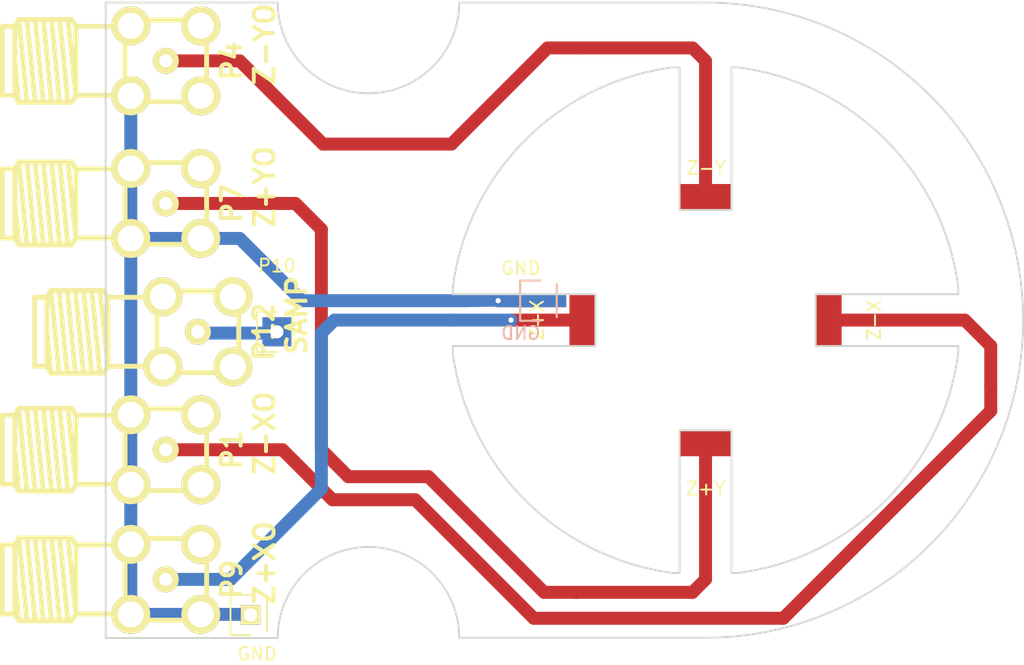
<source format=kicad_pcb>
(kicad_pcb (version 20171130) (host pcbnew "(2017-12-02 revision 3109343)-master")

  (general
    (thickness 1.6)
    (drawings 43)
    (tracks 67)
    (zones 0)
    (modules 13)
    (nets 7)
  )

  (page A4)
  (layers
    (0 F.Cu signal)
    (31 B.Cu signal)
    (32 B.Adhes user)
    (33 F.Adhes user)
    (34 B.Paste user)
    (35 F.Paste user)
    (36 B.SilkS user)
    (37 F.SilkS user)
    (38 B.Mask user)
    (39 F.Mask user)
    (40 Dwgs.User user)
    (41 Cmts.User user)
    (42 Eco1.User user)
    (43 Eco2.User user)
    (44 Edge.Cuts user)
    (45 Margin user)
    (46 B.CrtYd user)
    (47 F.CrtYd user)
    (48 B.Fab user)
    (49 F.Fab user)
  )

  (setup
    (last_trace_width 1)
    (trace_clearance 0.2)
    (zone_clearance 0.508)
    (zone_45_only no)
    (trace_min 0.2)
    (segment_width 0.2)
    (edge_width 0.15)
    (via_size 0.6)
    (via_drill 0.4)
    (via_min_size 0.4)
    (via_min_drill 0.3)
    (uvia_size 0.3)
    (uvia_drill 0.1)
    (uvias_allowed no)
    (uvia_min_size 0.2)
    (uvia_min_drill 0.1)
    (pcb_text_width 0.3)
    (pcb_text_size 1.5 1.5)
    (mod_edge_width 0.15)
    (mod_text_size 1 1)
    (mod_text_width 0.15)
    (pad_size 4 1)
    (pad_drill 0)
    (pad_to_mask_clearance 0.2)
    (aux_axis_origin 0 0)
    (visible_elements FFFFFF7F)
    (pcbplotparams
      (layerselection 0x010f0_80000001)
      (usegerberextensions false)
      (usegerberattributes false)
      (usegerberadvancedattributes false)
      (creategerberjobfile false)
      (excludeedgelayer true)
      (linewidth 0.100000)
      (plotframeref false)
      (viasonmask false)
      (mode 1)
      (useauxorigin false)
      (hpglpennumber 1)
      (hpglpenspeed 20)
      (hpglpendiameter 15)
      (psnegative false)
      (psa4output false)
      (plotreference true)
      (plotvalue true)
      (plotinvisibletext false)
      (padsonsilk false)
      (subtractmaskfromsilk false)
      (outputformat 1)
      (mirror false)
      (drillshape 0)
      (scaleselection 1)
      (outputdirectory gerbers/))
  )

  (net 0 "")
  (net 1 "Net-(P1-Pad1)")
  (net 2 "Net-(P4-Pad1)")
  (net 3 "Net-(P6-Pad1)")
  (net 4 "Net-(P8-Pad1)")
  (net 5 GND)
  (net 6 "Net-(P10-Pad1)")

  (net_class Default "This is the default net class."
    (clearance 0.2)
    (trace_width 1)
    (via_dia 0.6)
    (via_drill 0.4)
    (uvia_dia 0.3)
    (uvia_drill 0.1)
    (add_net GND)
    (add_net "Net-(P1-Pad1)")
    (add_net "Net-(P10-Pad1)")
    (add_net "Net-(P4-Pad1)")
    (add_net "Net-(P6-Pad1)")
    (add_net "Net-(P8-Pad1)")
  )

  (module Socket_Strips:Socket_Strip_Straight_1x01 (layer B.Cu) (tedit 588218B0) (tstamp 5A9BE7A3)
    (at 127.25 86.5)
    (descr "Through hole socket strip")
    (tags "socket strip")
    (path /567D5EAC)
    (fp_text reference P13 (at -15.5 9) (layer B.SilkS) hide
      (effects (font (size 1 1) (thickness 0.15)) (justify mirror))
    )
    (fp_text value GND (at -1.5 2.5) (layer B.SilkS)
      (effects (font (size 1 1) (thickness 0.15)) (justify mirror))
    )
    (fp_line (start -1.55 -1.55) (end 0 -1.55) (layer B.SilkS) (width 0.15))
    (fp_line (start -1.55 1.55) (end -1.55 -1.55) (layer B.SilkS) (width 0.15))
    (fp_line (start -1.55 1.55) (end 0 1.55) (layer B.SilkS) (width 0.15))
    (fp_line (start 1.27 -1.27) (end 1.27 1.27) (layer B.SilkS) (width 0.15))
    (fp_line (start -1.75 -1.75) (end 1.75 -1.75) (layer B.CrtYd) (width 0.05))
    (fp_line (start -1.75 1.75) (end 1.75 1.75) (layer B.CrtYd) (width 0.05))
    (fp_line (start 1.75 1.75) (end 1.75 -1.75) (layer B.CrtYd) (width 0.05))
    (fp_line (start -1.75 1.75) (end -1.75 -1.75) (layer B.CrtYd) (width 0.05))
    (pad 1 smd rect (at 0 0) (size 4 1) (layers F.Cu B.Paste F.Mask)
      (net 5 GND))
    (model Socket_Strips.3dshapes/Socket_Strip_Straight_1x01.wrl
      (at (xyz 0 0 0))
      (scale (xyz 1 1 1))
      (rotate (xyz 0 0 180))
    )
  )

  (module piezojig:piezopad (layer F.Cu) (tedit 5A9BA2FD) (tstamp 567D5D2B)
    (at 140 97.5 90)
    (descr "Through hole socket strip")
    (tags "socket strip")
    (path /567D5C6B)
    (fp_text reference P6 (at -3.5 0 90) (layer F.SilkS) hide
      (effects (font (size 1 1) (thickness 0.15)))
    )
    (fp_text value Z+Y (at -3.5 0) (layer F.SilkS)
      (effects (font (size 1 1) (thickness 0.15)))
    )
    (pad 1 smd rect (at 0 0 90) (size 2 4) (layers F.Cu F.Paste F.Mask)
      (net 3 "Net-(P6-Pad1)") (solder_mask_margin 0.0001) (solder_paste_margin -0.0001) (clearance 0.0001))
    (model Socket_Strips.3dshapes/Socket_Strip_Straight_1x01.wrl
      (at (xyz 0 0 0))
      (scale (xyz 1 1 1))
      (rotate (xyz 0 0 180))
    )
  )

  (module piezojig:piezopad (layer F.Cu) (tedit 5A9BA2FD) (tstamp 567D5D17)
    (at 149.5 88 180)
    (descr "Through hole socket strip")
    (tags "socket strip")
    (path /567D5BF1)
    (fp_text reference P2 (at -3.5 0 180) (layer F.SilkS) hide
      (effects (font (size 1 1) (thickness 0.15)))
    )
    (fp_text value Z-X (at -3.5 0 90) (layer F.SilkS)
      (effects (font (size 1 1) (thickness 0.15)))
    )
    (pad 1 smd rect (at 0 0 180) (size 2 4) (layers F.Cu F.Paste F.Mask)
      (net 1 "Net-(P1-Pad1)") (solder_mask_margin 0.0001) (solder_paste_margin -0.0001) (clearance 0.0001))
    (model Socket_Strips.3dshapes/Socket_Strip_Straight_1x01.wrl
      (at (xyz 0 0 0))
      (scale (xyz 1 1 1))
      (rotate (xyz 0 0 180))
    )
  )

  (module piezojig:piezopad (layer F.Cu) (tedit 5A9BC790) (tstamp 567D5D26)
    (at 140 78.5 90)
    (descr "Through hole socket strip")
    (tags "socket strip")
    (path /567D5BC0)
    (fp_text reference P5 (at -3.5 0 90) (layer F.SilkS) hide
      (effects (font (size 1 1) (thickness 0.15)))
    )
    (fp_text value Z-Y (at 2.24 0.046) (layer F.SilkS)
      (effects (font (size 1 1) (thickness 0.15)))
    )
    (pad 1 smd rect (at 0 0 90) (size 2 4) (layers F.Cu F.Paste F.Mask)
      (net 2 "Net-(P4-Pad1)") (solder_mask_margin 0.0001) (solder_paste_margin -0.0001) (clearance 0.0001))
    (model Socket_Strips.3dshapes/Socket_Strip_Straight_1x01.wrl
      (at (xyz 0 0 0))
      (scale (xyz 1 1 1))
      (rotate (xyz 0 0 180))
    )
  )

  (module piezojig:piezopad (layer F.Cu) (tedit 5A9BA2FD) (tstamp 567D5D35)
    (at 130.5 88)
    (descr "Through hole socket strip")
    (tags "socket strip")
    (path /567D5B87)
    (fp_text reference P8 (at -3.5 0) (layer F.SilkS) hide
      (effects (font (size 1 1) (thickness 0.15)))
    )
    (fp_text value Z+X (at -3.5 0 270) (layer F.SilkS)
      (effects (font (size 1 1) (thickness 0.15)))
    )
    (pad 1 smd rect (at 0 0) (size 2 4) (layers F.Cu F.Paste F.Mask)
      (net 4 "Net-(P8-Pad1)") (solder_mask_margin 0.0001) (solder_paste_margin -0.0001) (clearance 0.0001))
    (model Socket_Strips.3dshapes/Socket_Strip_Straight_1x01.wrl
      (at (xyz 0 0 0))
      (scale (xyz 1 1 1))
      (rotate (xyz 0 0 180))
    )
  )

  (module Socket_Strips:Socket_Strip_Straight_1x01 (layer F.Cu) (tedit 567D7428) (tstamp 567D5D44)
    (at 104.902 110.744)
    (descr "Through hole socket strip")
    (tags "socket strip")
    (path /567D67D5)
    (fp_text reference P11 (at -9 -5.5) (layer F.SilkS) hide
      (effects (font (size 1 1) (thickness 0.15)))
    )
    (fp_text value GND (at 0.5 3) (layer F.SilkS)
      (effects (font (size 1 1) (thickness 0.15)))
    )
    (fp_line (start -1.75 -1.75) (end -1.75 1.75) (layer F.CrtYd) (width 0.05))
    (fp_line (start 1.75 -1.75) (end 1.75 1.75) (layer F.CrtYd) (width 0.05))
    (fp_line (start -1.75 -1.75) (end 1.75 -1.75) (layer F.CrtYd) (width 0.05))
    (fp_line (start -1.75 1.75) (end 1.75 1.75) (layer F.CrtYd) (width 0.05))
    (fp_line (start 1.27 1.27) (end 1.27 -1.27) (layer F.SilkS) (width 0.15))
    (fp_line (start -1.55 -1.55) (end 0 -1.55) (layer F.SilkS) (width 0.15))
    (fp_line (start -1.55 -1.55) (end -1.55 1.55) (layer F.SilkS) (width 0.15))
    (fp_line (start -1.55 1.55) (end 0 1.55) (layer F.SilkS) (width 0.15))
    (pad 1 thru_hole rect (at 0 0) (size 1.5 1.5) (drill 1.016) (layers *.Cu *.Mask F.SilkS)
      (net 5 GND))
    (model Socket_Strips.3dshapes/Socket_Strip_Straight_1x01.wrl
      (at (xyz 0 0 0))
      (scale (xyz 1 1 1))
      (rotate (xyz 0 0 180))
    )
  )

  (module Socket_Strips:Socket_Strip_Straight_1x01 (layer F.Cu) (tedit 588218B0) (tstamp 567D5D4E)
    (at 127.25 86.5)
    (descr "Through hole socket strip")
    (tags "socket strip")
    (path /567D5EAC)
    (fp_text reference P13 (at -15.5 -9) (layer F.SilkS) hide
      (effects (font (size 1 1) (thickness 0.15)))
    )
    (fp_text value GND (at -1.5 -2.5) (layer F.SilkS)
      (effects (font (size 1 1) (thickness 0.15)))
    )
    (fp_line (start -1.75 -1.75) (end -1.75 1.75) (layer F.CrtYd) (width 0.05))
    (fp_line (start 1.75 -1.75) (end 1.75 1.75) (layer F.CrtYd) (width 0.05))
    (fp_line (start -1.75 -1.75) (end 1.75 -1.75) (layer F.CrtYd) (width 0.05))
    (fp_line (start -1.75 1.75) (end 1.75 1.75) (layer F.CrtYd) (width 0.05))
    (fp_line (start 1.27 1.27) (end 1.27 -1.27) (layer F.SilkS) (width 0.15))
    (fp_line (start -1.55 -1.55) (end 0 -1.55) (layer F.SilkS) (width 0.15))
    (fp_line (start -1.55 -1.55) (end -1.55 1.55) (layer F.SilkS) (width 0.15))
    (fp_line (start -1.55 1.55) (end 0 1.55) (layer F.SilkS) (width 0.15))
    (pad 1 smd rect (at 0 0) (size 4 1) (layers B.Cu F.Paste B.Mask)
      (net 5 GND))
    (model Socket_Strips.3dshapes/Socket_Strip_Straight_1x01.wrl
      (at (xyz 0 0 0))
      (scale (xyz 1 1 1))
      (rotate (xyz 0 0 180))
    )
  )

  (module Socket_Strips:Socket_Strip_Straight_1x01 (layer F.Cu) (tedit 54E9F79C) (tstamp 58822B89)
    (at 106.934 88.9)
    (descr "Through hole socket strip")
    (tags "socket strip")
    (path /567D5E5D)
    (fp_text reference P10 (at 0 -5.1) (layer F.SilkS)
      (effects (font (size 1 1) (thickness 0.15)))
    )
    (fp_text value SAMP (at 0 -3.1) (layer F.Fab)
      (effects (font (size 1 1) (thickness 0.15)))
    )
    (fp_line (start -1.75 -1.75) (end -1.75 1.75) (layer F.CrtYd) (width 0.05))
    (fp_line (start 1.75 -1.75) (end 1.75 1.75) (layer F.CrtYd) (width 0.05))
    (fp_line (start -1.75 -1.75) (end 1.75 -1.75) (layer F.CrtYd) (width 0.05))
    (fp_line (start -1.75 1.75) (end 1.75 1.75) (layer F.CrtYd) (width 0.05))
    (fp_line (start 1.27 1.27) (end 1.27 -1.27) (layer F.SilkS) (width 0.15))
    (fp_line (start -1.55 -1.55) (end 0 -1.55) (layer F.SilkS) (width 0.15))
    (fp_line (start -1.55 -1.55) (end -1.55 1.55) (layer F.SilkS) (width 0.15))
    (fp_line (start -1.55 1.55) (end 0 1.55) (layer F.SilkS) (width 0.15))
    (pad 1 thru_hole rect (at 0 0) (size 2.2352 2.2352) (drill 1.016) (layers *.Cu *.Mask)
      (net 6 "Net-(P10-Pad1)"))
    (model Socket_Strips.3dshapes/Socket_Strip_Straight_1x01.wrl
      (at (xyz 0 0 0))
      (scale (xyz 1 1 1))
      (rotate (xyz 0 0 180))
    )
  )

  (module piezojig:SMA (layer F.Cu) (tedit 55D88A15) (tstamp 567D5D21)
    (at 98.364 68 90)
    (tags "SMA Connector")
    (path /567D5DAD)
    (fp_text reference P4 (at 0 5.08 90) (layer F.SilkS)
      (effects (font (thickness 0.3048)))
    )
    (fp_text value Z-YO (at 1.27 7.62 90) (layer F.SilkS)
      (effects (font (thickness 0.3048)))
    )
    (fp_line (start 2.65938 -11.65606) (end 2.65938 -12.60094) (layer F.SilkS) (width 0.381))
    (fp_line (start -2.65938 -11.65606) (end -2.65938 -12.60094) (layer F.SilkS) (width 0.381))
    (fp_line (start -2.65938 -3.1496) (end -2.65938 -6.92912) (layer F.SilkS) (width 0.381))
    (fp_line (start 2.65938 -3.1496) (end 2.65938 -6.92912) (layer F.SilkS) (width 0.381))
    (fp_line (start -3.19278 -11.3411) (end 0.2667 -11.65606) (layer F.SilkS) (width 0.381))
    (fp_line (start 3.19278 -7.55904) (end -2.65938 -6.92912) (layer F.SilkS) (width 0.381))
    (fp_line (start -3.19278 -7.55904) (end 3.19278 -8.18896) (layer F.SilkS) (width 0.381))
    (fp_line (start -3.19278 -8.18896) (end 3.19278 -8.81888) (layer F.SilkS) (width 0.381))
    (fp_line (start -3.19278 -8.81888) (end 3.19278 -9.4488) (layer F.SilkS) (width 0.381))
    (fp_line (start -3.19278 -9.4488) (end 3.19278 -10.08126) (layer F.SilkS) (width 0.381))
    (fp_line (start -3.19278 -10.08126) (end 3.19278 -10.71118) (layer F.SilkS) (width 0.381))
    (fp_line (start -3.19278 -10.71118) (end 3.19278 -11.3411) (layer F.SilkS) (width 0.381))
    (fp_line (start -3.19278 -11.3411) (end -2.65938 -11.65606) (layer F.SilkS) (width 0.381))
    (fp_line (start -2.65938 -11.65606) (end 2.65938 -11.65606) (layer F.SilkS) (width 0.381))
    (fp_line (start 2.65938 -11.65606) (end 3.19278 -11.3411) (layer F.SilkS) (width 0.381))
    (fp_line (start 3.19278 -11.3411) (end 3.19278 -7.24408) (layer F.SilkS) (width 0.381))
    (fp_line (start 3.19278 -7.24408) (end 2.65938 -6.92912) (layer F.SilkS) (width 0.381))
    (fp_line (start 2.65938 -6.92912) (end -2.65938 -6.92912) (layer F.SilkS) (width 0.381))
    (fp_line (start -2.65938 -6.92912) (end -3.19278 -7.24408) (layer F.SilkS) (width 0.381))
    (fp_line (start -3.19278 -7.24408) (end -3.19278 -11.3411) (layer F.SilkS) (width 0.381))
    (fp_line (start 2.65938 -12.60094) (end -2.65938 -12.60094) (layer F.SilkS) (width 0.381))
    (fp_line (start -3.1496 -3.1496) (end 3.1496 -3.1496) (layer F.SilkS) (width 0.381))
    (fp_line (start 3.1496 -3.1496) (end 3.1496 3.1496) (layer F.SilkS) (width 0.381))
    (fp_line (start 3.1496 3.1496) (end -3.1496 3.1496) (layer F.SilkS) (width 0.381))
    (fp_line (start -3.1496 3.1496) (end -3.1496 -3.1496) (layer F.SilkS) (width 0.381))
    (pad 1 thru_hole circle (at 0 0 90) (size 1.99898 1.99898) (drill 1.00076) (layers *.Cu *.Mask F.SilkS)
      (net 2 "Net-(P4-Pad1)"))
    (pad 3 thru_hole circle (at 2.70002 -2.70002 90) (size 3 3) (drill 2) (layers *.Cu *.Mask F.SilkS))
    (pad 2 thru_hole circle (at -2.70002 -2.70002 90) (size 3 3) (drill 2) (layers *.Cu *.Mask F.SilkS))
    (pad 5 thru_hole circle (at -2.70002 2.70002 90) (size 3 3) (drill 2) (layers *.Cu *.Mask F.SilkS))
    (pad 4 thru_hole circle (at 2.70002 2.70002 90) (size 3 3) (drill 2) (layers *.Cu *.Mask F.SilkS))
    (model connectors/sma.wrl
      (at (xyz 0 0 0))
      (scale (xyz 0.39 0.39 0.39))
      (rotate (xyz -90 0 -90))
    )
  )

  (module piezojig:SMA (layer F.Cu) (tedit 55D88A15) (tstamp 567D5D30)
    (at 98.364 79 90)
    (tags "SMA Connector")
    (path /567D5C3A)
    (fp_text reference P7 (at 0 5.08 90) (layer F.SilkS)
      (effects (font (thickness 0.3048)))
    )
    (fp_text value Z+YO (at 1.27 7.62 90) (layer F.SilkS)
      (effects (font (thickness 0.3048)))
    )
    (fp_line (start 2.65938 -11.65606) (end 2.65938 -12.60094) (layer F.SilkS) (width 0.381))
    (fp_line (start -2.65938 -11.65606) (end -2.65938 -12.60094) (layer F.SilkS) (width 0.381))
    (fp_line (start -2.65938 -3.1496) (end -2.65938 -6.92912) (layer F.SilkS) (width 0.381))
    (fp_line (start 2.65938 -3.1496) (end 2.65938 -6.92912) (layer F.SilkS) (width 0.381))
    (fp_line (start -3.19278 -11.3411) (end 0.2667 -11.65606) (layer F.SilkS) (width 0.381))
    (fp_line (start 3.19278 -7.55904) (end -2.65938 -6.92912) (layer F.SilkS) (width 0.381))
    (fp_line (start -3.19278 -7.55904) (end 3.19278 -8.18896) (layer F.SilkS) (width 0.381))
    (fp_line (start -3.19278 -8.18896) (end 3.19278 -8.81888) (layer F.SilkS) (width 0.381))
    (fp_line (start -3.19278 -8.81888) (end 3.19278 -9.4488) (layer F.SilkS) (width 0.381))
    (fp_line (start -3.19278 -9.4488) (end 3.19278 -10.08126) (layer F.SilkS) (width 0.381))
    (fp_line (start -3.19278 -10.08126) (end 3.19278 -10.71118) (layer F.SilkS) (width 0.381))
    (fp_line (start -3.19278 -10.71118) (end 3.19278 -11.3411) (layer F.SilkS) (width 0.381))
    (fp_line (start -3.19278 -11.3411) (end -2.65938 -11.65606) (layer F.SilkS) (width 0.381))
    (fp_line (start -2.65938 -11.65606) (end 2.65938 -11.65606) (layer F.SilkS) (width 0.381))
    (fp_line (start 2.65938 -11.65606) (end 3.19278 -11.3411) (layer F.SilkS) (width 0.381))
    (fp_line (start 3.19278 -11.3411) (end 3.19278 -7.24408) (layer F.SilkS) (width 0.381))
    (fp_line (start 3.19278 -7.24408) (end 2.65938 -6.92912) (layer F.SilkS) (width 0.381))
    (fp_line (start 2.65938 -6.92912) (end -2.65938 -6.92912) (layer F.SilkS) (width 0.381))
    (fp_line (start -2.65938 -6.92912) (end -3.19278 -7.24408) (layer F.SilkS) (width 0.381))
    (fp_line (start -3.19278 -7.24408) (end -3.19278 -11.3411) (layer F.SilkS) (width 0.381))
    (fp_line (start 2.65938 -12.60094) (end -2.65938 -12.60094) (layer F.SilkS) (width 0.381))
    (fp_line (start -3.1496 -3.1496) (end 3.1496 -3.1496) (layer F.SilkS) (width 0.381))
    (fp_line (start 3.1496 -3.1496) (end 3.1496 3.1496) (layer F.SilkS) (width 0.381))
    (fp_line (start 3.1496 3.1496) (end -3.1496 3.1496) (layer F.SilkS) (width 0.381))
    (fp_line (start -3.1496 3.1496) (end -3.1496 -3.1496) (layer F.SilkS) (width 0.381))
    (pad 1 thru_hole circle (at 0 0 90) (size 1.99898 1.99898) (drill 1.00076) (layers *.Cu *.Mask F.SilkS)
      (net 3 "Net-(P6-Pad1)"))
    (pad 3 thru_hole circle (at 2.70002 -2.70002 90) (size 3 3) (drill 2) (layers *.Cu *.Mask F.SilkS))
    (pad 2 thru_hole circle (at -2.70002 -2.70002 90) (size 3 3) (drill 2) (layers *.Cu *.Mask F.SilkS)
      (net 5 GND))
    (pad 5 thru_hole circle (at -2.70002 2.70002 90) (size 3 3) (drill 2) (layers *.Cu *.Mask F.SilkS))
    (pad 4 thru_hole circle (at 2.70002 2.70002 90) (size 3 3) (drill 2) (layers *.Cu *.Mask F.SilkS))
    (model connectors/sma.wrl
      (at (xyz 0 0 0))
      (scale (xyz 0.39 0.39 0.39))
      (rotate (xyz -90 0 -90))
    )
  )

  (module piezojig:SMA (layer F.Cu) (tedit 55D88A15) (tstamp 58822B96)
    (at 100.838 88.9 90)
    (tags "SMA Connector")
    (path /567D5C8C)
    (fp_text reference P12 (at 0 5.08 90) (layer F.SilkS)
      (effects (font (thickness 0.3048)))
    )
    (fp_text value SAMP (at 1.27 7.62 90) (layer F.SilkS)
      (effects (font (thickness 0.3048)))
    )
    (fp_line (start 2.65938 -11.65606) (end 2.65938 -12.60094) (layer F.SilkS) (width 0.381))
    (fp_line (start -2.65938 -11.65606) (end -2.65938 -12.60094) (layer F.SilkS) (width 0.381))
    (fp_line (start -2.65938 -3.1496) (end -2.65938 -6.92912) (layer F.SilkS) (width 0.381))
    (fp_line (start 2.65938 -3.1496) (end 2.65938 -6.92912) (layer F.SilkS) (width 0.381))
    (fp_line (start -3.19278 -11.3411) (end 0.2667 -11.65606) (layer F.SilkS) (width 0.381))
    (fp_line (start 3.19278 -7.55904) (end -2.65938 -6.92912) (layer F.SilkS) (width 0.381))
    (fp_line (start -3.19278 -7.55904) (end 3.19278 -8.18896) (layer F.SilkS) (width 0.381))
    (fp_line (start -3.19278 -8.18896) (end 3.19278 -8.81888) (layer F.SilkS) (width 0.381))
    (fp_line (start -3.19278 -8.81888) (end 3.19278 -9.4488) (layer F.SilkS) (width 0.381))
    (fp_line (start -3.19278 -9.4488) (end 3.19278 -10.08126) (layer F.SilkS) (width 0.381))
    (fp_line (start -3.19278 -10.08126) (end 3.19278 -10.71118) (layer F.SilkS) (width 0.381))
    (fp_line (start -3.19278 -10.71118) (end 3.19278 -11.3411) (layer F.SilkS) (width 0.381))
    (fp_line (start -3.19278 -11.3411) (end -2.65938 -11.65606) (layer F.SilkS) (width 0.381))
    (fp_line (start -2.65938 -11.65606) (end 2.65938 -11.65606) (layer F.SilkS) (width 0.381))
    (fp_line (start 2.65938 -11.65606) (end 3.19278 -11.3411) (layer F.SilkS) (width 0.381))
    (fp_line (start 3.19278 -11.3411) (end 3.19278 -7.24408) (layer F.SilkS) (width 0.381))
    (fp_line (start 3.19278 -7.24408) (end 2.65938 -6.92912) (layer F.SilkS) (width 0.381))
    (fp_line (start 2.65938 -6.92912) (end -2.65938 -6.92912) (layer F.SilkS) (width 0.381))
    (fp_line (start -2.65938 -6.92912) (end -3.19278 -7.24408) (layer F.SilkS) (width 0.381))
    (fp_line (start -3.19278 -7.24408) (end -3.19278 -11.3411) (layer F.SilkS) (width 0.381))
    (fp_line (start 2.65938 -12.60094) (end -2.65938 -12.60094) (layer F.SilkS) (width 0.381))
    (fp_line (start -3.1496 -3.1496) (end 3.1496 -3.1496) (layer F.SilkS) (width 0.381))
    (fp_line (start 3.1496 -3.1496) (end 3.1496 3.1496) (layer F.SilkS) (width 0.381))
    (fp_line (start 3.1496 3.1496) (end -3.1496 3.1496) (layer F.SilkS) (width 0.381))
    (fp_line (start -3.1496 3.1496) (end -3.1496 -3.1496) (layer F.SilkS) (width 0.381))
    (pad 1 thru_hole circle (at 0 0 90) (size 1.99898 1.99898) (drill 1.00076) (layers *.Cu *.Mask F.SilkS)
      (net 6 "Net-(P10-Pad1)"))
    (pad 3 thru_hole circle (at 2.70002 -2.70002 90) (size 3 3) (drill 2) (layers *.Cu *.Mask F.SilkS))
    (pad 2 thru_hole circle (at -2.70002 -2.70002 90) (size 3 3) (drill 2) (layers *.Cu *.Mask F.SilkS))
    (pad 5 thru_hole circle (at -2.70002 2.70002 90) (size 3 3) (drill 2) (layers *.Cu *.Mask F.SilkS))
    (pad 4 thru_hole circle (at 2.70002 2.70002 90) (size 3 3) (drill 2) (layers *.Cu *.Mask F.SilkS))
    (model connectors/sma.wrl
      (at (xyz 0 0 0))
      (scale (xyz 0.39 0.39 0.39))
      (rotate (xyz -90 0 -90))
    )
  )

  (module piezojig:SMA (layer F.Cu) (tedit 55D88A15) (tstamp 567D5D12)
    (at 98.364 98 90)
    (tags "SMA Connector")
    (path /567D5CF7)
    (fp_text reference P1 (at 0 5.08 90) (layer F.SilkS)
      (effects (font (thickness 0.3048)))
    )
    (fp_text value Z-XO (at 1.27 7.62 90) (layer F.SilkS)
      (effects (font (thickness 0.3048)))
    )
    (fp_line (start 2.65938 -11.65606) (end 2.65938 -12.60094) (layer F.SilkS) (width 0.381))
    (fp_line (start -2.65938 -11.65606) (end -2.65938 -12.60094) (layer F.SilkS) (width 0.381))
    (fp_line (start -2.65938 -3.1496) (end -2.65938 -6.92912) (layer F.SilkS) (width 0.381))
    (fp_line (start 2.65938 -3.1496) (end 2.65938 -6.92912) (layer F.SilkS) (width 0.381))
    (fp_line (start -3.19278 -11.3411) (end 0.2667 -11.65606) (layer F.SilkS) (width 0.381))
    (fp_line (start 3.19278 -7.55904) (end -2.65938 -6.92912) (layer F.SilkS) (width 0.381))
    (fp_line (start -3.19278 -7.55904) (end 3.19278 -8.18896) (layer F.SilkS) (width 0.381))
    (fp_line (start -3.19278 -8.18896) (end 3.19278 -8.81888) (layer F.SilkS) (width 0.381))
    (fp_line (start -3.19278 -8.81888) (end 3.19278 -9.4488) (layer F.SilkS) (width 0.381))
    (fp_line (start -3.19278 -9.4488) (end 3.19278 -10.08126) (layer F.SilkS) (width 0.381))
    (fp_line (start -3.19278 -10.08126) (end 3.19278 -10.71118) (layer F.SilkS) (width 0.381))
    (fp_line (start -3.19278 -10.71118) (end 3.19278 -11.3411) (layer F.SilkS) (width 0.381))
    (fp_line (start -3.19278 -11.3411) (end -2.65938 -11.65606) (layer F.SilkS) (width 0.381))
    (fp_line (start -2.65938 -11.65606) (end 2.65938 -11.65606) (layer F.SilkS) (width 0.381))
    (fp_line (start 2.65938 -11.65606) (end 3.19278 -11.3411) (layer F.SilkS) (width 0.381))
    (fp_line (start 3.19278 -11.3411) (end 3.19278 -7.24408) (layer F.SilkS) (width 0.381))
    (fp_line (start 3.19278 -7.24408) (end 2.65938 -6.92912) (layer F.SilkS) (width 0.381))
    (fp_line (start 2.65938 -6.92912) (end -2.65938 -6.92912) (layer F.SilkS) (width 0.381))
    (fp_line (start -2.65938 -6.92912) (end -3.19278 -7.24408) (layer F.SilkS) (width 0.381))
    (fp_line (start -3.19278 -7.24408) (end -3.19278 -11.3411) (layer F.SilkS) (width 0.381))
    (fp_line (start 2.65938 -12.60094) (end -2.65938 -12.60094) (layer F.SilkS) (width 0.381))
    (fp_line (start -3.1496 -3.1496) (end 3.1496 -3.1496) (layer F.SilkS) (width 0.381))
    (fp_line (start 3.1496 -3.1496) (end 3.1496 3.1496) (layer F.SilkS) (width 0.381))
    (fp_line (start 3.1496 3.1496) (end -3.1496 3.1496) (layer F.SilkS) (width 0.381))
    (fp_line (start -3.1496 3.1496) (end -3.1496 -3.1496) (layer F.SilkS) (width 0.381))
    (pad 1 thru_hole circle (at 0 0 90) (size 1.99898 1.99898) (drill 1.00076) (layers *.Cu *.Mask F.SilkS)
      (net 1 "Net-(P1-Pad1)"))
    (pad 3 thru_hole circle (at 2.70002 -2.70002 90) (size 3 3) (drill 2) (layers *.Cu *.Mask F.SilkS))
    (pad 2 thru_hole circle (at -2.70002 -2.70002 90) (size 3 3) (drill 2) (layers *.Cu *.Mask F.SilkS)
      (net 5 GND))
    (pad 5 thru_hole circle (at -2.70002 2.70002 90) (size 3 3) (drill 2) (layers *.Cu *.Mask F.SilkS))
    (pad 4 thru_hole circle (at 2.70002 2.70002 90) (size 3 3) (drill 2) (layers *.Cu *.Mask F.SilkS))
    (model connectors/sma.wrl
      (at (xyz 0 0 0))
      (scale (xyz 0.39 0.39 0.39))
      (rotate (xyz -90 0 -90))
    )
  )

  (module piezojig:SMA (layer F.Cu) (tedit 55D88A15) (tstamp 567D5D3A)
    (at 98.364 108 90)
    (tags "SMA Connector")
    (path /567D5E22)
    (fp_text reference P9 (at 0 5.08 90) (layer F.SilkS)
      (effects (font (thickness 0.3048)))
    )
    (fp_text value Z+XO (at 1.27 7.62 90) (layer F.SilkS)
      (effects (font (thickness 0.3048)))
    )
    (fp_line (start 2.65938 -11.65606) (end 2.65938 -12.60094) (layer F.SilkS) (width 0.381))
    (fp_line (start -2.65938 -11.65606) (end -2.65938 -12.60094) (layer F.SilkS) (width 0.381))
    (fp_line (start -2.65938 -3.1496) (end -2.65938 -6.92912) (layer F.SilkS) (width 0.381))
    (fp_line (start 2.65938 -3.1496) (end 2.65938 -6.92912) (layer F.SilkS) (width 0.381))
    (fp_line (start -3.19278 -11.3411) (end 0.2667 -11.65606) (layer F.SilkS) (width 0.381))
    (fp_line (start 3.19278 -7.55904) (end -2.65938 -6.92912) (layer F.SilkS) (width 0.381))
    (fp_line (start -3.19278 -7.55904) (end 3.19278 -8.18896) (layer F.SilkS) (width 0.381))
    (fp_line (start -3.19278 -8.18896) (end 3.19278 -8.81888) (layer F.SilkS) (width 0.381))
    (fp_line (start -3.19278 -8.81888) (end 3.19278 -9.4488) (layer F.SilkS) (width 0.381))
    (fp_line (start -3.19278 -9.4488) (end 3.19278 -10.08126) (layer F.SilkS) (width 0.381))
    (fp_line (start -3.19278 -10.08126) (end 3.19278 -10.71118) (layer F.SilkS) (width 0.381))
    (fp_line (start -3.19278 -10.71118) (end 3.19278 -11.3411) (layer F.SilkS) (width 0.381))
    (fp_line (start -3.19278 -11.3411) (end -2.65938 -11.65606) (layer F.SilkS) (width 0.381))
    (fp_line (start -2.65938 -11.65606) (end 2.65938 -11.65606) (layer F.SilkS) (width 0.381))
    (fp_line (start 2.65938 -11.65606) (end 3.19278 -11.3411) (layer F.SilkS) (width 0.381))
    (fp_line (start 3.19278 -11.3411) (end 3.19278 -7.24408) (layer F.SilkS) (width 0.381))
    (fp_line (start 3.19278 -7.24408) (end 2.65938 -6.92912) (layer F.SilkS) (width 0.381))
    (fp_line (start 2.65938 -6.92912) (end -2.65938 -6.92912) (layer F.SilkS) (width 0.381))
    (fp_line (start -2.65938 -6.92912) (end -3.19278 -7.24408) (layer F.SilkS) (width 0.381))
    (fp_line (start -3.19278 -7.24408) (end -3.19278 -11.3411) (layer F.SilkS) (width 0.381))
    (fp_line (start 2.65938 -12.60094) (end -2.65938 -12.60094) (layer F.SilkS) (width 0.381))
    (fp_line (start -3.1496 -3.1496) (end 3.1496 -3.1496) (layer F.SilkS) (width 0.381))
    (fp_line (start 3.1496 -3.1496) (end 3.1496 3.1496) (layer F.SilkS) (width 0.381))
    (fp_line (start 3.1496 3.1496) (end -3.1496 3.1496) (layer F.SilkS) (width 0.381))
    (fp_line (start -3.1496 3.1496) (end -3.1496 -3.1496) (layer F.SilkS) (width 0.381))
    (pad 1 thru_hole circle (at 0 0 90) (size 1.99898 1.99898) (drill 1.00076) (layers *.Cu *.Mask F.SilkS)
      (net 4 "Net-(P8-Pad1)"))
    (pad 3 thru_hole circle (at 2.70002 -2.70002 90) (size 3 3) (drill 2) (layers *.Cu *.Mask F.SilkS))
    (pad 2 thru_hole circle (at -2.70002 -2.70002 90) (size 3 3) (drill 2) (layers *.Cu *.Mask F.SilkS)
      (net 5 GND))
    (pad 5 thru_hole circle (at -2.70002 2.70002 90) (size 3 3) (drill 2) (layers *.Cu *.Mask F.SilkS))
    (pad 4 thru_hole circle (at 2.70002 2.70002 90) (size 3 3) (drill 2) (layers *.Cu *.Mask F.SilkS))
    (model connectors/sma.wrl
      (at (xyz 0 0 0))
      (scale (xyz 0.39 0.39 0.39))
      (rotate (xyz -90 0 -90))
    )
  )

  (gr_line (start 148.5 90) (end 159.5 90) (angle 90) (layer Edge.Cuts) (width 0.15))
  (gr_line (start 159.5 86) (end 148.5 86) (angle 90) (layer Edge.Cuts) (width 0.15))
  (gr_line (start 142 107.5) (end 142 96.5) (angle 90) (layer Edge.Cuts) (width 0.15))
  (gr_line (start 138 96.5) (end 138 107.5) (angle 90) (layer Edge.Cuts) (width 0.15))
  (gr_line (start 120.5 90) (end 131.5 90) (angle 90) (layer Edge.Cuts) (width 0.15))
  (gr_line (start 131.5 86) (end 120.5 86) (angle 90) (layer Edge.Cuts) (width 0.15))
  (gr_line (start 138 79.5) (end 138 68.5) (angle 90) (layer Edge.Cuts) (width 0.15))
  (gr_line (start 142 79.5) (end 142 68.5) (angle 90) (layer Edge.Cuts) (width 0.15))
  (gr_line (start 106.934 63.5) (end 96.266 63.5) (angle 90) (layer Edge.Cuts) (width 0.15))
  (gr_line (start 93.726 112.522) (end 106.934 112.522) (angle 90) (layer Edge.Cuts) (width 0.15))
  (gr_line (start 140 63.5) (end 121 63.5) (angle 90) (layer Edge.Cuts) (width 0.15))
  (gr_line (start 120.5 90) (end 120.5 90.5) (angle 90) (layer Edge.Cuts) (width 0.15))
  (gr_line (start 120.5 86) (end 120.5 85.5) (angle 90) (layer Edge.Cuts) (width 0.15))
  (gr_arc (start 114 63.5) (end 114 70.5) (angle 90) (layer Edge.Cuts) (width 0.15))
  (gr_arc (start 114 63.5) (end 121 63.5) (angle 90) (layer Edge.Cuts) (width 0.15))
  (gr_line (start 140 112.5) (end 121 112.5) (angle 90) (layer Edge.Cuts) (width 0.15))
  (gr_arc (start 114 112.5) (end 114 105.5) (angle 90) (layer Edge.Cuts) (width 0.15))
  (gr_arc (start 114 112.5) (end 107 112.5) (angle 90) (layer Edge.Cuts) (width 0.15))
  (gr_line (start 96.114 63.5) (end 95.864 63.5) (angle 90) (layer Edge.Cuts) (width 0.15))
  (gr_line (start 140 63.5) (end 139.75 63.5) (angle 90) (layer Edge.Cuts) (width 0.15))
  (gr_arc (start 140 88) (end 164.5 88) (angle 90) (layer Edge.Cuts) (width 0.15))
  (gr_arc (start 140 88) (end 140 63.5) (angle 90) (layer Edge.Cuts) (width 0.15))
  (gr_line (start 137.5 68.5) (end 138 68.5) (angle 90) (layer Edge.Cuts) (width 0.15))
  (gr_line (start 142 68.5) (end 142.5 68.5) (angle 90) (layer Edge.Cuts) (width 0.15))
  (gr_line (start 142.5 107.5) (end 142.75 107.5) (angle 90) (layer Edge.Cuts) (width 0.15))
  (gr_line (start 137.5 107.5) (end 138 107.5) (angle 90) (layer Edge.Cuts) (width 0.15))
  (gr_line (start 142.5 107.5) (end 142 107.5) (angle 90) (layer Edge.Cuts) (width 0.15))
  (gr_line (start 159.5 86) (end 159.5 85.5) (angle 90) (layer Edge.Cuts) (width 0.15))
  (gr_line (start 159.5 90.5) (end 159.5 90) (angle 90) (layer Edge.Cuts) (width 0.15))
  (gr_line (start 138 79.5) (end 142 79.5) (angle 90) (layer Edge.Cuts) (width 0.15))
  (gr_line (start 131.5 90) (end 131.5 86) (angle 90) (layer Edge.Cuts) (width 0.15))
  (gr_line (start 142 96.5) (end 138 96.5) (angle 90) (layer Edge.Cuts) (width 0.15))
  (gr_line (start 148.5 86) (end 148.5 90) (angle 90) (layer Edge.Cuts) (width 0.15))
  (gr_line (start 93.726 63.5) (end 95.758 63.5) (angle 90) (layer Edge.Cuts) (width 0.15))
  (gr_line (start 93.726 112.522) (end 93.726 63.5) (angle 90) (layer Edge.Cuts) (width 0.15))
  (gr_arc (start 140 88) (end 120.5 85.5) (angle 75) (layer Edge.Cuts) (width 0.15))
  (gr_arc (start 140 88) (end 137.5 107.5) (angle 75) (layer Edge.Cuts) (width 0.15))
  (gr_arc (start 140 88) (end 159.5 90.5) (angle 75) (layer Edge.Cuts) (width 0.15))
  (gr_arc (start 140 88) (end 142.5 68.5) (angle 75) (layer Edge.Cuts) (width 0.15))
  (gr_circle (center 140 88) (end 159 87) (layer Dwgs.User) (width 0.2))
  (gr_circle (center 140 88) (end 147 88.5) (layer Dwgs.User) (width 0.2))
  (gr_circle (center 140 88) (end 150 87) (layer Dwgs.User) (width 0.2))
  (gr_circle (center 140 88) (end 141 88) (layer Dwgs.User) (width 0.2))

  (segment (start 149.468 88) (end 151 88) (width 1) (layer F.Cu) (net 1) (status 400000))
  (segment (start 126.748 111) (end 117.602 101.854) (width 1) (layer F.Cu) (net 1) (tstamp 58B1BB7F))
  (segment (start 117.602 101.854) (end 111.218 101.854) (width 1) (layer F.Cu) (net 1) (tstamp 58B1BB83))
  (segment (start 111.218 101.854) (end 107.364 98) (width 1) (layer F.Cu) (net 1) (tstamp 58B1BB88))
  (segment (start 144 111) (end 146 111) (width 1) (layer F.Cu) (net 1))
  (segment (start 129 111) (end 144 111) (width 1) (layer F.Cu) (net 1) (tstamp 58822FFB))
  (segment (start 162 93) (end 162 90) (width 1) (layer F.Cu) (net 1) (tstamp 58822FFE))
  (segment (start 162 90) (end 160 88) (width 1) (layer F.Cu) (net 1) (tstamp 58823000))
  (segment (start 160 88) (end 151 88) (width 1) (layer F.Cu) (net 1) (tstamp 58823001))
  (segment (start 107.364 98) (end 98.364 98) (width 1) (layer F.Cu) (net 1))
  (segment (start 162 95) (end 162 93) (width 1) (layer F.Cu) (net 1) (tstamp 5882300A))
  (segment (start 146 111) (end 162 95) (width 1) (layer F.Cu) (net 1) (tstamp 58823009))
  (segment (start 129 111) (end 126.748 111) (width 1) (layer F.Cu) (net 1))
  (segment (start 149.468 88) (end 149.352 87.884) (width 1) (layer F.Cu) (net 1) (tstamp 5A9BE8A9) (status C00000))
  (segment (start 140 78.694) (end 140 77) (width 1) (layer F.Cu) (net 2) (status 400000))
  (segment (start 127.818 67) (end 120.396 74.422) (width 1) (layer F.Cu) (net 2) (tstamp 58B1BBAD))
  (segment (start 120.396 74.422) (end 110.49 74.422) (width 1) (layer F.Cu) (net 2) (tstamp 58B1BBB1))
  (segment (start 110.49 74.422) (end 104.068 68) (width 1) (layer F.Cu) (net 2) (tstamp 58B1BBB4))
  (segment (start 104.068 68) (end 103.364 68) (width 1) (layer F.Cu) (net 2) (tstamp 58B1BBB6))
  (segment (start 139 67) (end 130.364 67) (width 1) (layer F.Cu) (net 2))
  (segment (start 139 67) (end 140 68) (width 1) (layer F.Cu) (net 2) (tstamp 58822FE1))
  (segment (start 140 68) (end 140 77) (width 1) (layer F.Cu) (net 2) (tstamp 58822FE2))
  (segment (start 103.364 68) (end 98.364 68) (width 1) (layer F.Cu) (net 2))
  (segment (start 130.364 67) (end 127.818 67) (width 1) (layer F.Cu) (net 2))
  (segment (start 140 78.694) (end 139.954 78.74) (width 1) (layer F.Cu) (net 2) (tstamp 5A9BE8AC) (status C00000))
  (segment (start 140 97.328) (end 140 99) (width 1) (layer F.Cu) (net 3) (status 400000))
  (segment (start 140 108) (end 139 109) (width 1) (layer F.Cu) (net 3) (tstamp 58822FE5))
  (segment (start 139 109) (end 130.048 109) (width 1) (layer F.Cu) (net 3) (tstamp 58822FE6))
  (segment (start 140 99) (end 140 108) (width 1) (layer F.Cu) (net 3))
  (segment (start 140 97.328) (end 139.954 97.282) (width 1) (layer F.Cu) (net 3) (tstamp 5A9BE8AF) (status C00000))
  (segment (start 130.048 109) (end 127.542 109) (width 1) (layer F.Cu) (net 3))
  (segment (start 127.542 109) (end 118.618 100.076) (width 1) (layer F.Cu) (net 3) (tstamp 58B1BB74))
  (segment (start 118.618 100.076) (end 112.44 100.076) (width 1) (layer F.Cu) (net 3) (tstamp 58B1BB78))
  (segment (start 112.44 100.076) (end 110.364 98) (width 1) (layer F.Cu) (net 3) (tstamp 58B1BB7C))
  (segment (start 110.364 98) (end 110.364 81) (width 1) (layer F.Cu) (net 3) (tstamp 58822FE9))
  (segment (start 110.364 81) (end 108.364 79) (width 1) (layer F.Cu) (net 3) (tstamp 58822FEB))
  (segment (start 108.364 79) (end 98.364 79) (width 1) (layer F.Cu) (net 3) (tstamp 58822FEC))
  (segment (start 130.048 109) (end 130 109) (width 1) (layer F.Cu) (net 3) (tstamp 58B1BB5C))
  (segment (start 130.694 88) (end 125 88) (width 1) (layer F.Cu) (net 4) (status 400000))
  (via (at 125 88) (size 0.6) (drill 0.4) (layers F.Cu B.Cu) (net 4))
  (segment (start 120.364 88) (end 111.364 88) (width 1) (layer B.Cu) (net 4))
  (segment (start 103.364 108) (end 98.364 108) (width 1) (layer B.Cu) (net 4) (tstamp 58822FF4))
  (segment (start 110.364 101) (end 103.364 108) (width 1) (layer B.Cu) (net 4) (tstamp 58822FF2))
  (segment (start 110.364 89) (end 110.364 101) (width 1) (layer B.Cu) (net 4) (tstamp 58822FF1))
  (segment (start 111.364 88) (end 110.364 89) (width 1) (layer B.Cu) (net 4) (tstamp 58822FF0))
  (segment (start 125 88) (end 120.364 88) (width 1) (layer B.Cu) (net 4))
  (segment (start 130.694 88) (end 130.81 87.884) (width 1) (layer F.Cu) (net 4) (tstamp 5A9BE73C) (status C00000))
  (segment (start 124 86.5) (end 127.25 86.5) (width 1) (layer B.Cu) (net 5) (status 800000))
  (segment (start 127.25 86.5) (end 124 86.5) (width 1) (layer F.Cu) (net 5) (status 400010))
  (segment (start 123.999409 86.499409) (end 123.999409 86.460531) (width 1) (layer B.Cu) (net 5) (tstamp 5A9BE8A4))
  (segment (start 124 86.5) (end 123.999409 86.499409) (width 1) (layer B.Cu) (net 5) (tstamp 5A9BE8A3))
  (via (at 124 86.5) (size 0.6) (drill 0.4) (layers F.Cu B.Cu) (net 5))
  (segment (start 123.999409 86.460531) (end 121.364 86.5) (width 1) (layer B.Cu) (net 5) (tstamp 5A9BE8A7) (status 10))
  (segment (start 108.864 86.5) (end 104.06402 81.70002) (width 1) (layer B.Cu) (net 5) (tstamp 58822F2B))
  (segment (start 104.06402 81.70002) (end 101.06402 81.70002) (width 1) (layer B.Cu) (net 5) (tstamp 58822F2D))
  (segment (start 121.364 86.5) (end 108.864 86.5) (width 1) (layer B.Cu) (net 5))
  (segment (start 101.06402 110.70002) (end 104.85802 110.70002) (width 1) (layer B.Cu) (net 5))
  (segment (start 104.85802 110.70002) (end 104.902 110.744) (width 1) (layer B.Cu) (net 5) (tstamp 58B1BB46))
  (segment (start 101.06402 81.70002) (end 95.66398 81.70002) (width 1) (layer B.Cu) (net 5))
  (segment (start 95.66398 110.70002) (end 95.66398 105.29998) (width 1) (layer B.Cu) (net 5))
  (segment (start 101.06402 110.70002) (end 95.66398 110.70002) (width 1) (layer B.Cu) (net 5))
  (segment (start 95.66398 81.70002) (end 95.66398 76.29998) (width 1) (layer B.Cu) (net 5))
  (segment (start 95.66398 100.70002) (end 95.66398 95.29998) (width 1) (layer B.Cu) (net 5))
  (segment (start 95.66398 100.70002) (end 95.66398 105.29998) (width 1) (layer B.Cu) (net 5))
  (segment (start 95.66398 81.70002) (end 95.66398 95.29998) (width 1) (layer B.Cu) (net 5))
  (segment (start 95.66398 70.70002) (end 95.66398 76.29998) (width 1) (layer B.Cu) (net 5))
  (segment (start 106.364 89) (end 100.364 89) (width 1) (layer B.Cu) (net 6))

)

</source>
